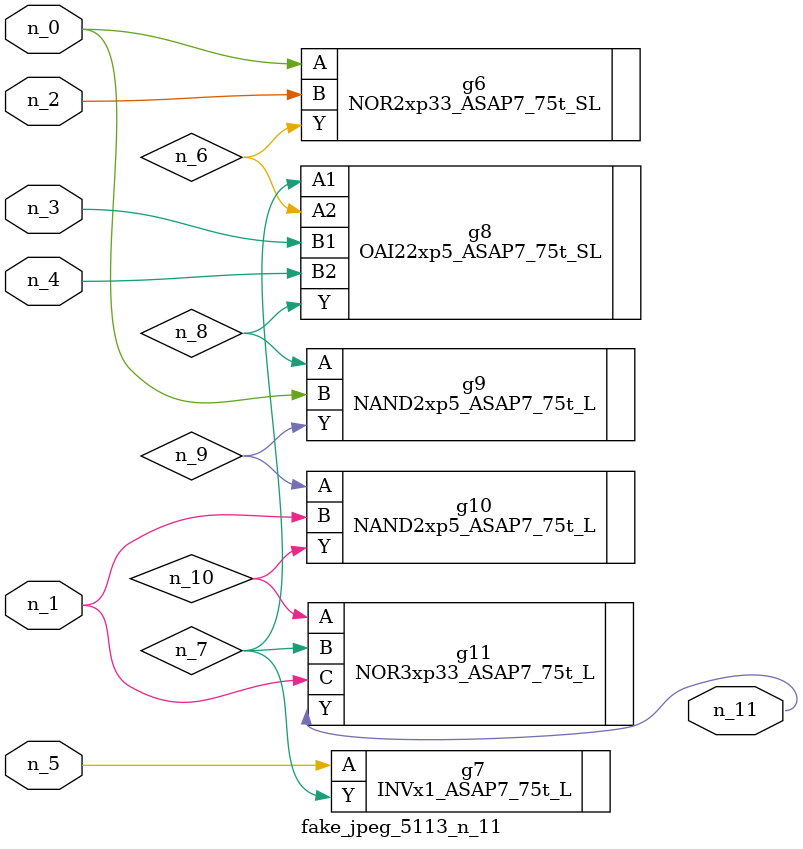
<source format=v>
module fake_jpeg_5113_n_11 (n_3, n_2, n_1, n_0, n_4, n_5, n_11);

input n_3;
input n_2;
input n_1;
input n_0;
input n_4;
input n_5;

output n_11;

wire n_10;
wire n_8;
wire n_9;
wire n_6;
wire n_7;

NOR2xp33_ASAP7_75t_SL g6 ( 
.A(n_0),
.B(n_2),
.Y(n_6)
);

INVx1_ASAP7_75t_L g7 ( 
.A(n_5),
.Y(n_7)
);

OAI22xp5_ASAP7_75t_SL g8 ( 
.A1(n_7),
.A2(n_6),
.B1(n_3),
.B2(n_4),
.Y(n_8)
);

NAND2xp5_ASAP7_75t_L g9 ( 
.A(n_8),
.B(n_0),
.Y(n_9)
);

NAND2xp5_ASAP7_75t_L g10 ( 
.A(n_9),
.B(n_1),
.Y(n_10)
);

NOR3xp33_ASAP7_75t_L g11 ( 
.A(n_10),
.B(n_7),
.C(n_1),
.Y(n_11)
);


endmodule
</source>
